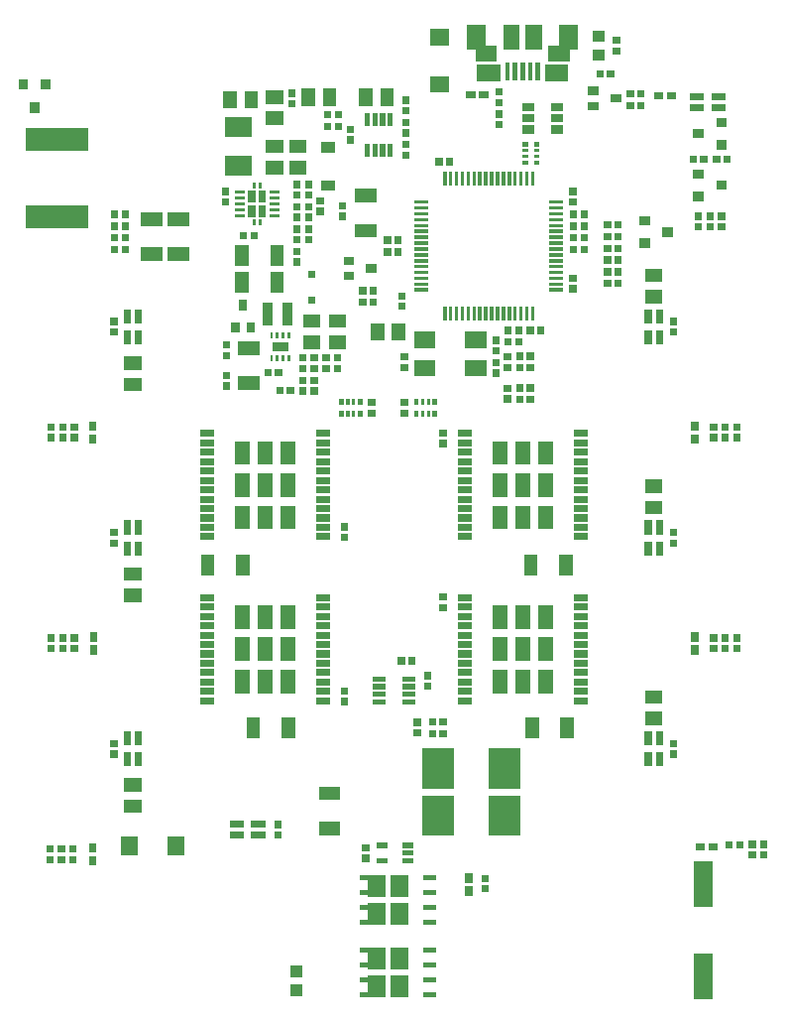
<source format=gbr>
G04 start of page 14 for group -4015 idx -4015 *
G04 Title: (unknown), toppaste *
G04 Creator: pcb 1.99z *
G04 CreationDate: Tue 02 Sep 2014 22:15:35 GMT UTC *
G04 For: rbarlow *
G04 Format: Gerber/RS-274X *
G04 PCB-Dimensions (mm): 85.00 105.00 *
G04 PCB-Coordinate-Origin: lower left *
%MOMM*%
%FSLAX43Y43*%
%LNTOPPASTE*%
%ADD228R,0.850X0.850*%
%ADD227R,0.650X0.650*%
%ADD226R,0.250X0.250*%
%ADD225R,1.650X1.650*%
%ADD224R,0.910X0.910*%
%ADD223R,1.500X1.500*%
%ADD222R,0.450X0.450*%
%ADD221R,1.460X1.460*%
%ADD220R,1.350X1.350*%
%ADD219R,1.625X1.625*%
%ADD218R,1.375X1.375*%
%ADD217R,1.300X1.300*%
%ADD216R,0.300X0.300*%
%ADD215R,0.400X0.400*%
%ADD214R,0.700X0.700*%
%ADD213R,2.000X2.000*%
%ADD212R,1.400X1.400*%
%ADD211R,0.950X0.950*%
%ADD210R,1.600X1.600*%
%ADD209R,2.700X2.700*%
%ADD208R,0.800X0.800*%
%ADD207R,1.150X1.150*%
%ADD206R,0.600X0.600*%
%ADD205R,0.620X0.620*%
G54D205*X58749Y75600D02*X58751D01*
X57849D02*X57851D01*
G54D206*X50050Y88800D02*X50250D01*
X48950D02*X49150D01*
G54D205*X43500Y88351D02*Y88349D01*
Y87451D02*Y87449D01*
X66400Y33451D02*Y33449D01*
Y32551D02*Y32549D01*
G54D207*X26600Y49025D02*Y48375D01*
X29600Y49025D02*Y48375D01*
G54D205*X38300Y51951D02*Y51949D01*
Y51051D02*Y51049D01*
G54D207*X57200Y49025D02*Y48375D01*
X54200Y49025D02*Y48375D01*
G54D205*X32600Y25651D02*Y25649D01*
Y26551D02*Y26549D01*
G54D207*X36675Y26200D02*X37325D01*
X36675Y29200D02*X37325D01*
G54D206*X48900Y22050D02*Y21850D01*
Y20950D02*Y20750D01*
G54D205*X43149Y40500D02*X43151D01*
X44049D02*X44051D01*
X50300Y21051D02*Y21049D01*
Y21951D02*Y21949D01*
G54D208*X12750Y89750D02*Y89650D01*
X10850Y89750D02*Y89650D01*
X11800Y87750D02*Y87650D01*
G54D209*X46275Y27675D02*Y26925D01*
X51925Y27675D02*Y26925D01*
X46275Y31675D02*Y30925D01*
X51925Y31675D02*Y30925D01*
G54D210*X68900Y22600D02*Y20300D01*
Y14700D02*Y12400D01*
G54D211*X34175Y14000D02*X34225D01*
X34175Y12400D02*X34225D01*
G54D212*X23900Y24820D02*Y24580D01*
X19900Y24820D02*Y24580D01*
G54D205*X66400Y69451D02*Y69449D01*
Y68551D02*Y68549D01*
G54D207*X64550Y71600D02*X64850D01*
X64550Y73400D02*X64850D01*
G54D205*X66400Y51451D02*Y51449D01*
Y50551D02*Y50549D01*
X18600Y32551D02*Y32549D01*
Y33451D02*Y33449D01*
G54D213*X12050Y85000D02*X15350D01*
X12050Y78400D02*X15350D01*
G54D207*X21475Y78200D02*X22125D01*
X21475Y75200D02*X22125D01*
G54D205*X38100Y78451D02*Y78449D01*
Y79351D02*Y79349D01*
G54D212*X46280Y89700D02*X46520D01*
X46280Y93700D02*X46520D01*
G54D205*X51500Y88151D02*Y88149D01*
Y89051D02*Y89049D01*
G54D214*X56250Y85850D02*X56550D01*
X56250Y86800D02*X56550D01*
X56250Y87750D02*X56550D01*
X53850D02*X54150D01*
X53850Y86800D02*X54150D01*
X53850Y85850D02*X54150D01*
G54D215*X53650Y84600D02*X53750D01*
G54D216*X53600Y84050D02*X53800D01*
X53600Y83550D02*X53800D01*
G54D215*X53650Y83000D02*X53750D01*
X54650Y84600D02*X54750D01*
G54D216*X54600Y84050D02*X54800D01*
X54600Y83550D02*X54800D01*
G54D215*X54650Y83000D02*X54750D01*
X46000Y62650D02*Y62550D01*
G54D216*X45450Y62700D02*Y62500D01*
X44950Y62700D02*Y62500D01*
G54D215*X44400Y62650D02*Y62550D01*
X46000Y61650D02*Y61550D01*
G54D216*X45450Y61700D02*Y61500D01*
X44950Y61700D02*Y61500D01*
G54D215*X44400Y61650D02*Y61550D01*
X39600Y62650D02*Y62550D01*
G54D216*X39050Y62700D02*Y62500D01*
X38550Y62700D02*Y62500D01*
G54D215*X38000Y62650D02*Y62550D01*
X39600Y61650D02*Y61550D01*
G54D216*X39050Y61700D02*Y61500D01*
X38550Y61700D02*Y61500D01*
G54D215*X38000Y61650D02*Y61550D01*
G54D206*X16850Y42650D02*Y42450D01*
Y41550D02*Y41350D01*
X16800Y60650D02*Y60450D01*
Y59550D02*Y59350D01*
X68200Y60650D02*Y60450D01*
Y59550D02*Y59350D01*
Y42650D02*Y42450D01*
Y41550D02*Y41350D01*
X16800Y24650D02*Y24450D01*
Y23550D02*Y23350D01*
X69650Y24600D02*X69850D01*
X68550D02*X68750D01*
G54D205*X40600Y61651D02*Y61649D01*
Y62551D02*Y62549D01*
X43400Y61651D02*Y61649D01*
Y62551D02*Y62549D01*
X18600Y50551D02*Y50549D01*
Y51451D02*Y51449D01*
Y68551D02*Y68549D01*
Y69451D02*Y69449D01*
G54D207*X20050Y65900D02*X20350D01*
X20050Y64100D02*X20350D01*
G54D206*X30600Y26575D02*X31200D01*
X28800D02*X29400D01*
X28800Y25625D02*X29400D01*
X30600D02*X31200D01*
G54D205*X43500Y86451D02*Y86449D01*
Y85551D02*Y85549D01*
G54D214*X59450Y89150D02*X59650D01*
X59450Y87850D02*X59650D01*
X61350Y88500D02*X61550D01*
G54D205*X51500Y86251D02*Y86249D01*
Y87151D02*Y87149D01*
G54D206*X19725Y52200D02*Y51600D01*
Y50400D02*Y49800D01*
X20675Y50400D02*Y49800D01*
Y52200D02*Y51600D01*
X19725Y70200D02*Y69600D01*
Y68400D02*Y67800D01*
X20675Y68400D02*Y67800D01*
Y70200D02*Y69600D01*
X64225Y70200D02*Y69600D01*
Y68400D02*Y67800D01*
X65175Y68400D02*Y67800D01*
Y70200D02*Y69600D01*
G54D205*X46700Y59051D02*Y59049D01*
Y59951D02*Y59949D01*
G54D207*X30500Y35125D02*Y34475D01*
X33500Y35125D02*Y34475D01*
G54D205*X38300Y37951D02*Y37949D01*
Y37051D02*Y37049D01*
G54D207*X57300Y35125D02*Y34475D01*
X54300Y35125D02*Y34475D01*
G54D205*X46700Y45051D02*Y45049D01*
Y45951D02*Y45949D01*
G54D206*X48267Y45900D02*X48867D01*
X48267Y45100D02*X48867D01*
X48267Y44300D02*X48867D01*
X48267Y43500D02*X48867D01*
X48267Y42700D02*X48867D01*
X48267Y41900D02*X48867D01*
X48267Y41100D02*X48867D01*
X48267Y40300D02*X48867D01*
X48267Y39500D02*X48867D01*
X48267Y38700D02*X48867D01*
X48267Y37900D02*X48867D01*
X48267Y37100D02*X48867D01*
X58133D02*X58733D01*
X58133Y37900D02*X58733D01*
X58133Y38700D02*X58733D01*
X58133Y39500D02*X58733D01*
X58133Y40300D02*X58733D01*
X58133Y41100D02*X58733D01*
X58133Y41900D02*X58733D01*
X58133Y42700D02*X58733D01*
X58133Y43500D02*X58733D01*
X58133Y44300D02*X58733D01*
X58133Y45100D02*X58733D01*
X58133Y45900D02*X58733D01*
G54D217*X51550Y44600D02*Y43900D01*
Y41850D02*Y41150D01*
Y39100D02*Y38400D01*
X53500Y44600D02*Y43900D01*
Y41850D02*Y41150D01*
Y39100D02*Y38400D01*
X55450Y44600D02*Y43900D01*
Y41850D02*Y41150D01*
Y39100D02*Y38400D01*
G54D206*X36133Y51100D02*X36733D01*
X36133Y51900D02*X36733D01*
X36133Y52700D02*X36733D01*
X36133Y53500D02*X36733D01*
X36133Y54300D02*X36733D01*
X36133Y55100D02*X36733D01*
X36133Y55900D02*X36733D01*
X36133Y56700D02*X36733D01*
X36133Y57500D02*X36733D01*
X36133Y58300D02*X36733D01*
X36133Y59100D02*X36733D01*
X36133Y59900D02*X36733D01*
X26267D02*X26867D01*
X26267Y59100D02*X26867D01*
X26267Y58300D02*X26867D01*
X26267Y57500D02*X26867D01*
X26267Y56700D02*X26867D01*
X26267Y55900D02*X26867D01*
X26267Y55100D02*X26867D01*
X26267Y54300D02*X26867D01*
X26267Y53500D02*X26867D01*
X26267Y52700D02*X26867D01*
X26267Y51900D02*X26867D01*
X26267Y51100D02*X26867D01*
G54D217*X33450Y53100D02*Y52400D01*
Y55850D02*Y55150D01*
Y58600D02*Y57900D01*
X31500Y53100D02*Y52400D01*
Y55850D02*Y55150D01*
Y58600D02*Y57900D01*
X29550Y53100D02*Y52400D01*
Y55850D02*Y55150D01*
Y58600D02*Y57900D01*
G54D206*X48267Y59900D02*X48867D01*
X48267Y59100D02*X48867D01*
X48267Y58300D02*X48867D01*
X48267Y57500D02*X48867D01*
X48267Y56700D02*X48867D01*
X48267Y55900D02*X48867D01*
X48267Y55100D02*X48867D01*
X48267Y54300D02*X48867D01*
X48267Y53500D02*X48867D01*
X48267Y52700D02*X48867D01*
X48267Y51900D02*X48867D01*
X48267Y51100D02*X48867D01*
X58133D02*X58733D01*
X58133Y51900D02*X58733D01*
X58133Y52700D02*X58733D01*
X58133Y53500D02*X58733D01*
X58133Y54300D02*X58733D01*
X58133Y55100D02*X58733D01*
X58133Y55900D02*X58733D01*
X58133Y56700D02*X58733D01*
X58133Y57500D02*X58733D01*
X58133Y58300D02*X58733D01*
X58133Y59100D02*X58733D01*
X58133Y59900D02*X58733D01*
G54D217*X51550Y58600D02*Y57900D01*
Y55850D02*Y55150D01*
Y53100D02*Y52400D01*
X53500Y58600D02*Y57900D01*
Y55850D02*Y55150D01*
Y53100D02*Y52400D01*
X55450Y58600D02*Y57900D01*
Y55850D02*Y55150D01*
Y53100D02*Y52400D01*
G54D206*X36133Y37100D02*X36733D01*
X36133Y37900D02*X36733D01*
X36133Y38700D02*X36733D01*
X36133Y39500D02*X36733D01*
X36133Y40300D02*X36733D01*
X36133Y41100D02*X36733D01*
X36133Y41900D02*X36733D01*
X36133Y42700D02*X36733D01*
X36133Y43500D02*X36733D01*
X36133Y44300D02*X36733D01*
X36133Y45100D02*X36733D01*
X36133Y45900D02*X36733D01*
X26267D02*X26867D01*
X26267Y45100D02*X26867D01*
X26267Y44300D02*X26867D01*
X26267Y43500D02*X26867D01*
X26267Y42700D02*X26867D01*
X26267Y41900D02*X26867D01*
X26267Y41100D02*X26867D01*
X26267Y40300D02*X26867D01*
X26267Y39500D02*X26867D01*
X26267Y38700D02*X26867D01*
X26267Y37900D02*X26867D01*
X26267Y37100D02*X26867D01*
G54D217*X33450Y39100D02*Y38400D01*
Y41850D02*Y41150D01*
Y44600D02*Y43900D01*
X31500Y39100D02*Y38400D01*
Y41850D02*Y41150D01*
Y44600D02*Y43900D01*
X29550Y39100D02*Y38400D01*
Y41850D02*Y41150D01*
Y44600D02*Y43900D01*
G54D218*X54437Y94113D02*Y93387D01*
X52563Y94113D02*Y93387D01*
G54D219*X57437Y93988D02*Y93513D01*
X49563Y93988D02*Y93513D01*
G54D220*X56387Y92325D02*X56862D01*
X50138D02*X50613D01*
G54D221*X56130Y90670D02*X56670D01*
X50330D02*X50870D01*
G54D215*X52200Y91400D02*Y90200D01*
X52850Y91400D02*Y90200D01*
X53500Y91400D02*Y90200D01*
X54150Y91400D02*Y90200D01*
X54800Y91400D02*Y90200D01*
G54D207*X64550Y35600D02*X64850D01*
X64550Y37400D02*X64850D01*
X64550Y53600D02*X64850D01*
X64550Y55400D02*X64850D01*
G54D206*X64225Y52200D02*Y51600D01*
Y50400D02*Y49800D01*
X65175Y50400D02*Y49800D01*
Y52200D02*Y51600D01*
X64225Y34200D02*Y33600D01*
Y32400D02*Y31800D01*
X65175Y32400D02*Y31800D01*
Y34200D02*Y33600D01*
G54D207*X20050Y29900D02*X20350D01*
X20050Y28100D02*X20350D01*
G54D206*X19725Y34200D02*Y33600D01*
Y32400D02*Y31800D01*
X20675Y32400D02*Y31800D01*
Y34200D02*Y33600D01*
G54D207*X20050Y47900D02*X20350D01*
X20050Y46100D02*X20350D01*
G54D222*X45230Y11995D02*X45860D01*
X45230Y13265D02*X45860D01*
X45230Y14535D02*X45860D01*
X45230Y15805D02*X45860D01*
X39805D02*X40355D01*
X39805Y14535D02*X40355D01*
X39805Y13265D02*X40355D01*
X39805Y11995D02*X40355D01*
G54D223*X42995Y12900D02*Y12530D01*
Y15270D02*Y14900D01*
X40995Y12900D02*Y12530D01*
Y15270D02*Y14900D01*
G54D222*X45230Y18195D02*X45860D01*
X45230Y19465D02*X45860D01*
X45230Y20735D02*X45860D01*
X45230Y22005D02*X45860D01*
X39805D02*X40355D01*
X39805Y20735D02*X40355D01*
X39805Y19465D02*X40355D01*
X39805Y18195D02*X40355D01*
G54D223*X42995Y19100D02*Y18730D01*
Y21470D02*Y21100D01*
X40995Y19100D02*Y18730D01*
Y21470D02*Y21100D01*
G54D207*X32150Y86800D02*X32450D01*
X32150Y88600D02*X32450D01*
G54D205*X33800Y88951D02*Y88949D01*
Y88051D02*Y88049D01*
G54D207*X41900Y88750D02*Y88450D01*
X40100Y88750D02*Y88450D01*
X28500Y88550D02*Y88250D01*
X30300Y88550D02*Y88250D01*
G54D205*X43500Y83651D02*Y83649D01*
Y84551D02*Y84549D01*
X38800Y85851D02*Y85849D01*
Y84951D02*Y84949D01*
X37749Y87100D02*X37751D01*
X36849D02*X36851D01*
X37749Y86100D02*X37751D01*
X36849D02*X36851D01*
G54D222*X40225Y84425D02*Y83775D01*
X40875Y84425D02*Y83775D01*
X41525Y84425D02*Y83775D01*
X42175Y84425D02*Y83775D01*
X40225Y87025D02*Y86375D01*
X40875Y87025D02*Y86375D01*
X41525Y87025D02*Y86375D01*
X42175Y87025D02*Y86375D01*
G54D207*X37000Y88750D02*Y88450D01*
X35200Y88750D02*Y88450D01*
G54D224*X36745Y84335D02*X37055D01*
X36745Y81065D02*X37055D01*
G54D225*X28875Y82750D02*X29525D01*
X28875Y86050D02*X29525D01*
G54D205*X36200Y79751D02*Y79749D01*
Y78851D02*Y78849D01*
X35200Y81151D02*Y81149D01*
Y80251D02*Y80249D01*
Y79251D02*Y79249D01*
Y78351D02*Y78349D01*
G54D207*X32150Y82600D02*X32450D01*
X32150Y84400D02*X32450D01*
X32500Y75425D02*Y74775D01*
X29500Y75425D02*Y74775D01*
G54D205*X34200Y78351D02*Y78349D01*
Y79251D02*Y79249D01*
X28100Y79651D02*Y79649D01*
Y80551D02*Y80549D01*
X34200Y81151D02*Y81149D01*
Y80251D02*Y80249D01*
G54D207*X34150Y82600D02*X34450D01*
X34150Y84400D02*X34450D01*
G54D205*X30549Y76800D02*X30551D01*
X29649D02*X29651D01*
G54D226*X31975Y78500D02*X32575D01*
X31975Y79000D02*X32575D01*
X31975Y79500D02*X32575D01*
X31975Y80000D02*X32575D01*
X31975Y80500D02*X32575D01*
X29025Y78500D02*X29625D01*
X29025Y79000D02*X29625D01*
X29025Y79500D02*X29625D01*
X29025Y80000D02*X29625D01*
X29025Y80500D02*X29625D01*
G54D227*X31250Y79050D02*Y78700D01*
X30350Y79050D02*Y78700D01*
X31250Y80300D02*Y79950D01*
X30350Y80300D02*Y79950D01*
G54D226*X31050Y78025D02*Y77775D01*
X30550Y78025D02*Y77775D01*
X31050Y81225D02*Y80975D01*
X30550Y81225D02*Y80975D01*
G54D205*X34200Y76451D02*Y76449D01*
Y77351D02*Y77349D01*
G54D207*X32500Y73125D02*Y72475D01*
X29500Y73125D02*Y72475D01*
G54D222*X43475Y37000D02*X44125D01*
X43475Y37650D02*X44125D01*
X43475Y38300D02*X44125D01*
X43475Y38950D02*X44125D01*
X40875Y37000D02*X41525D01*
X40875Y37650D02*X41525D01*
X40875Y38300D02*X41525D01*
X40875Y38950D02*X41525D01*
G54D205*X45400Y38351D02*Y38349D01*
Y39251D02*Y39249D01*
X44500Y34351D02*Y34349D01*
Y35251D02*Y35249D01*
X45799Y34300D02*X45801D01*
X46699D02*X46701D01*
X45799Y35300D02*X45801D01*
X46699D02*X46701D01*
G54D228*X31725Y70675D02*Y69525D01*
X33375Y70675D02*Y69525D01*
G54D205*X37700Y65451D02*Y65449D01*
Y66351D02*Y66349D01*
X35700Y66351D02*Y66349D01*
Y65451D02*Y65449D01*
X36700Y65451D02*Y65449D01*
Y66351D02*Y66349D01*
G54D207*X35350Y67700D02*X35650D01*
X35350Y69500D02*X35650D01*
X29775Y67200D02*X30425D01*
X29775Y64200D02*X30425D01*
X37550Y67700D02*X37850D01*
X37550Y69500D02*X37850D01*
G54D205*X31749Y65100D02*X31751D01*
X32649D02*X32651D01*
G54D206*X35500Y71301D02*Y71299D01*
Y73501D02*Y73499D01*
G54D226*X32050Y66475D02*Y66225D01*
X32550Y66475D02*Y66225D01*
X33050Y66475D02*Y66225D01*
X33550Y66475D02*Y66225D01*
X32050Y68375D02*Y68125D01*
X32550Y68375D02*Y68125D01*
X33050Y68375D02*Y68125D01*
X33550Y68375D02*Y68125D01*
G54D214*X32500Y67300D02*X33100D01*
G54D205*X61500Y92551D02*Y92549D01*
Y93451D02*Y93449D01*
G54D211*X59975Y92200D02*X60025D01*
X59975Y93800D02*X60025D01*
G54D205*X40100Y23651D02*Y23649D01*
Y24551D02*Y24549D01*
G54D222*X43450Y23450D02*X43950D01*
X43450Y24100D02*X43950D01*
X43450Y24750D02*X43950D01*
X41250Y23450D02*X41750D01*
X41250Y24750D02*X41750D01*
G54D205*X47249Y83100D02*X47251D01*
X46349D02*X46351D01*
X72049Y24800D02*X72051D01*
X71149D02*X71151D01*
X74100Y23951D02*Y23949D01*
Y24851D02*Y24849D01*
X73100Y23951D02*Y23949D01*
Y24851D02*Y24849D01*
X13100Y24451D02*Y24449D01*
Y23551D02*Y23549D01*
X14100Y24451D02*Y24449D01*
Y23551D02*Y23549D01*
X15100Y23551D02*Y23549D01*
Y24451D02*Y24449D01*
X71800Y60451D02*Y60449D01*
Y59551D02*Y59549D01*
X70800Y60451D02*Y60449D01*
Y59551D02*Y59549D01*
X69800Y59551D02*Y59549D01*
Y60451D02*Y60449D01*
X13200Y42451D02*Y42449D01*
Y41551D02*Y41549D01*
X14200Y42451D02*Y42449D01*
Y41551D02*Y41549D01*
X15200Y41551D02*Y41549D01*
Y42451D02*Y42449D01*
X13200Y60451D02*Y60449D01*
Y59551D02*Y59549D01*
X14200Y60451D02*Y60449D01*
Y59551D02*Y59549D01*
X15200Y59551D02*Y59549D01*
Y60451D02*Y60449D01*
G54D207*X23775Y78200D02*X24425D01*
X23775Y75200D02*X24425D01*
G54D205*X71800Y42451D02*Y42449D01*
Y41551D02*Y41549D01*
X70800Y42451D02*Y42449D01*
Y41551D02*Y41549D01*
X69800Y41551D02*Y41549D01*
Y42451D02*Y42449D01*
X58749Y78600D02*X58751D01*
X57849D02*X57851D01*
X58749Y77600D02*X58751D01*
X57849D02*X57851D01*
X58749Y76600D02*X58751D01*
X57849D02*X57851D01*
X60749Y73700D02*X60751D01*
X61649D02*X61651D01*
X70049Y83300D02*X70051D01*
X70949D02*X70951D01*
X68049D02*X68051D01*
X68949D02*X68951D01*
X43400Y66451D02*Y66449D01*
Y65551D02*Y65549D01*
X51200Y65051D02*Y65049D01*
Y65951D02*Y65949D01*
G54D212*X49300Y67900D02*X49700D01*
X44900D02*X45300D01*
X44900Y65500D02*X45300D01*
X49300D02*X49700D01*
G54D207*X41100Y68750D02*Y68450D01*
X42900Y68750D02*Y68450D01*
G54D216*X46850Y70600D02*Y69700D01*
X47350Y70600D02*Y69700D01*
X47850Y70600D02*Y69700D01*
X48350Y70600D02*Y69700D01*
X48850Y70600D02*Y69700D01*
X49350Y70600D02*Y69700D01*
X49850Y70600D02*Y69700D01*
X50350Y70600D02*Y69700D01*
X50850Y70600D02*Y69700D01*
X51350Y70600D02*Y69700D01*
X51850Y70600D02*Y69700D01*
X52350Y70600D02*Y69700D01*
X52850Y70600D02*Y69700D01*
X53350Y70600D02*Y69700D01*
X53850Y70600D02*Y69700D01*
X54350Y70600D02*Y69700D01*
X55900Y72150D02*X56800D01*
X55900Y72650D02*X56800D01*
X55900Y73150D02*X56800D01*
X55900Y73650D02*X56800D01*
X55900Y74150D02*X56800D01*
X55900Y74650D02*X56800D01*
X55900Y75150D02*X56800D01*
X55900Y75650D02*X56800D01*
X55900Y76150D02*X56800D01*
X55900Y76650D02*X56800D01*
X55900Y77150D02*X56800D01*
X55900Y77650D02*X56800D01*
X55900Y78150D02*X56800D01*
X55900Y78650D02*X56800D01*
X55900Y79150D02*X56800D01*
X55900Y79650D02*X56800D01*
X54350Y82100D02*Y81200D01*
X53850Y82100D02*Y81200D01*
X53350Y82100D02*Y81200D01*
X52850Y82100D02*Y81200D01*
X52350Y82100D02*Y81200D01*
X51850Y82100D02*Y81200D01*
X51350Y82100D02*Y81200D01*
X50850Y82100D02*Y81200D01*
X50350Y82100D02*Y81200D01*
X49850Y82100D02*Y81200D01*
X49350Y82100D02*Y81200D01*
X48850Y82100D02*Y81200D01*
X48350Y82100D02*Y81200D01*
X47850Y82100D02*Y81200D01*
X47350Y82100D02*Y81200D01*
X46850Y82100D02*Y81200D01*
X44400Y79650D02*X45300D01*
X44400Y79150D02*X45300D01*
X44400Y78650D02*X45300D01*
X44400Y78150D02*X45300D01*
X44400Y77650D02*X45300D01*
X44400Y77150D02*X45300D01*
X44400Y76650D02*X45300D01*
X44400Y76150D02*X45300D01*
X44400Y75650D02*X45300D01*
X44400Y75150D02*X45300D01*
X44400Y74650D02*X45300D01*
X44400Y74150D02*X45300D01*
X44400Y73650D02*X45300D01*
X44400Y73150D02*X45300D01*
X44400Y72650D02*X45300D01*
X44400Y72150D02*X45300D01*
G54D205*X55049Y68700D02*X55051D01*
X54149D02*X54151D01*
X52249Y67700D02*X52251D01*
X53149D02*X53151D01*
X52249Y68700D02*X52251D01*
X53149D02*X53151D01*
X43200Y71651D02*Y71649D01*
Y70751D02*Y70749D01*
X57800Y72251D02*Y72249D01*
Y73151D02*Y73149D01*
Y79651D02*Y79649D01*
Y80551D02*Y80549D01*
X42849Y75400D02*X42851D01*
X41949D02*X41951D01*
X42849Y76400D02*X42851D01*
X41949D02*X41951D01*
X53249Y62800D02*X53251D01*
X54149D02*X54151D01*
X54149Y63800D02*X54151D01*
X53249D02*X53251D01*
X52200Y62851D02*Y62849D01*
Y63751D02*Y63749D01*
X53249Y66500D02*X53251D01*
X54149D02*X54151D01*
X54149Y65500D02*X54151D01*
X53249D02*X53251D01*
X52200Y66451D02*Y66449D01*
Y65551D02*Y65549D01*
X39849Y71100D02*X39851D01*
X40749D02*X40751D01*
G54D207*X39775Y77200D02*X40425D01*
X39775Y80200D02*X40425D01*
G54D205*X39849Y72100D02*X39851D01*
X40749D02*X40751D01*
G54D214*X38550Y74650D02*X38750D01*
X38550Y73350D02*X38750D01*
X40450Y74000D02*X40650D01*
G54D205*X61649Y72700D02*X61651D01*
X60749D02*X60751D01*
X35700Y64451D02*Y64449D01*
Y63551D02*Y63549D01*
X34700Y66351D02*Y66349D01*
Y65451D02*Y65449D01*
Y64451D02*Y64449D01*
Y63551D02*Y63549D01*
X33649Y63600D02*X33651D01*
X32749D02*X32751D01*
X19549Y78600D02*X19551D01*
X18649D02*X18651D01*
X18649Y76600D02*X18651D01*
X19549D02*X19551D01*
X18649Y75600D02*X18651D01*
X19549D02*X19551D01*
X18649Y77600D02*X18651D01*
X19549D02*X19551D01*
X28200Y67451D02*Y67449D01*
Y66551D02*Y66549D01*
G54D214*X28950Y69050D02*Y68850D01*
X30250Y69050D02*Y68850D01*
X29600Y70950D02*Y70750D01*
G54D206*X69900Y88675D02*X70500D01*
X68100D02*X68700D01*
X68100Y87725D02*X68700D01*
X69900D02*X70500D01*
X66100Y88750D02*X66300D01*
X65000D02*X65200D01*
G54D208*X63850Y78050D02*X63950D01*
X63850Y76150D02*X63950D01*
X65850Y77100D02*X65950D01*
X70450Y84550D02*X70550D01*
X70450Y86450D02*X70550D01*
X68450Y85500D02*X68550D01*
X68450Y82050D02*X68550D01*
X68450Y80150D02*X68550D01*
X70450Y81100D02*X70550D01*
G54D205*X60099Y90600D02*X60101D01*
X60999D02*X61001D01*
X68500Y77551D02*Y77549D01*
Y78451D02*Y78449D01*
X69500Y77551D02*Y77549D01*
Y78451D02*Y78449D01*
X70500Y77551D02*Y77549D01*
Y78451D02*Y78449D01*
X62699Y88900D02*X62701D01*
X63599D02*X63601D01*
X62699Y87900D02*X62701D01*
X63599D02*X63601D01*
X61649Y75700D02*X61651D01*
X60749D02*X60751D01*
X61649Y76700D02*X61651D01*
X60749D02*X60751D01*
X61649Y77700D02*X61651D01*
X60749D02*X60751D01*
X61649Y74700D02*X61651D01*
X60749D02*X60751D01*
X51200Y66951D02*Y66949D01*
Y67851D02*Y67849D01*
X28200Y64851D02*Y64849D01*
Y63951D02*Y63949D01*
X34200Y75451D02*Y75449D01*
Y74551D02*Y74549D01*
X35200Y76451D02*Y76449D01*
Y77351D02*Y77349D01*
M02*

</source>
